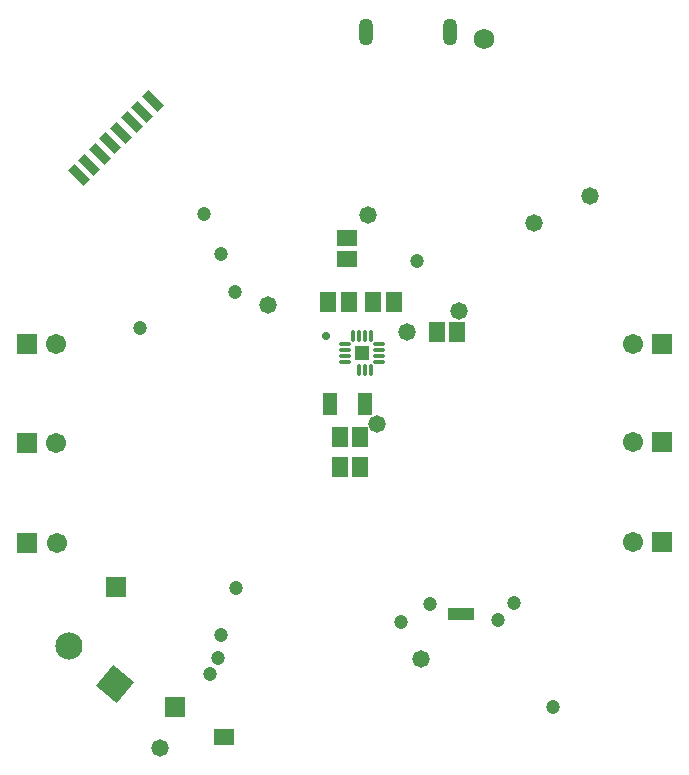
<source format=gbr>
%TF.GenerationSoftware,Altium Limited,Altium Designer,20.0.13 (296)*%
G04 Layer_Color=16711935*
%FSLAX45Y45*%
%MOMM*%
%TF.FileFunction,Soldermask,Bot*%
%TF.Part,Single*%
G01*
G75*
%TA.AperFunction,SMDPad,CuDef*%
G04:AMPARAMS|DCode=68|XSize=1.0632mm|YSize=0.3532mm|CornerRadius=0.1391mm|HoleSize=0mm|Usage=FLASHONLY|Rotation=180.000|XOffset=0mm|YOffset=0mm|HoleType=Round|Shape=RoundedRectangle|*
%AMROUNDEDRECTD68*
21,1,1.06320,0.07500,0,0,180.0*
21,1,0.78500,0.35320,0,0,180.0*
1,1,0.27820,-0.39250,0.03750*
1,1,0.27820,0.39250,0.03750*
1,1,0.27820,0.39250,-0.03750*
1,1,0.27820,-0.39250,-0.03750*
%
%ADD68ROUNDEDRECTD68*%
G04:AMPARAMS|DCode=69|XSize=1.0632mm|YSize=0.3532mm|CornerRadius=0.1391mm|HoleSize=0mm|Usage=FLASHONLY|Rotation=270.000|XOffset=0mm|YOffset=0mm|HoleType=Round|Shape=RoundedRectangle|*
%AMROUNDEDRECTD69*
21,1,1.06320,0.07500,0,0,270.0*
21,1,0.78500,0.35320,0,0,270.0*
1,1,0.27820,-0.03750,-0.39250*
1,1,0.27820,-0.03750,0.39250*
1,1,0.27820,0.03750,0.39250*
1,1,0.27820,0.03750,-0.39250*
%
%ADD69ROUNDEDRECTD69*%
%ADD70R,1.30320X1.30320*%
%ADD71R,1.36320X1.67320*%
%ADD72R,1.34320X1.67320*%
%ADD73R,1.67320X1.36320*%
%TA.AperFunction,ViaPad*%
%ADD74C,1.72720*%
%TA.AperFunction,ComponentPad*%
G04:AMPARAMS|DCode=75|XSize=1.8032mm|YSize=0.8032mm|CornerRadius=0mm|HoleSize=0mm|Usage=FLASHONLY|Rotation=135.000|XOffset=0mm|YOffset=0mm|HoleType=Round|Shape=Rectangle|*
%AMROTATEDRECTD75*
4,1,4,0.92150,-0.35356,0.35356,-0.92150,-0.92150,0.35356,-0.35356,0.92150,0.92150,-0.35356,0.0*
%
%ADD75ROTATEDRECTD75*%

%ADD76R,1.71120X1.71120*%
%ADD77C,1.71120*%
%TA.AperFunction,SMDPad,CuDef*%
%ADD78R,2.20320X1.10320*%
%TA.AperFunction,ComponentPad*%
%ADD79R,1.70320X1.70320*%
%ADD80O,1.25320X2.30320*%
%TA.AperFunction,SMDPad,CuDef*%
%ADD81R,1.17320X1.93320*%
%TA.AperFunction,ComponentPad*%
%ADD82R,1.70320X1.70320*%
%ADD83R,1.70320X1.45320*%
%ADD84C,2.30320*%
%ADD85P,3.25722X4X185.0*%
%TA.AperFunction,ViaPad*%
%ADD86C,1.20320*%
%ADD87C,1.47320*%
%ADD88C,1.20320*%
%ADD89C,0.70320*%
D68*
X10684500Y8916600D02*
D03*
Y8966600D02*
D03*
Y9016600D02*
D03*
Y9066600D02*
D03*
X10397500D02*
D03*
Y9016600D02*
D03*
Y8966600D02*
D03*
Y8916600D02*
D03*
D69*
X10616000Y9135100D02*
D03*
X10566000D02*
D03*
X10516000D02*
D03*
X10466000D02*
D03*
X10516000Y8848100D02*
D03*
X10566000D02*
D03*
X10616000D02*
D03*
D70*
X10541000Y8991600D02*
D03*
D71*
X11347820Y9169400D02*
D03*
X11171820D02*
D03*
X10527400Y8026400D02*
D03*
X10351400D02*
D03*
X10527400Y8280400D02*
D03*
X10351400D02*
D03*
D72*
X10248800Y9423400D02*
D03*
X10426800Y9423400D02*
D03*
X10807800D02*
D03*
X10629800Y9423400D02*
D03*
D73*
X10414000Y9968600D02*
D03*
Y9792600D02*
D03*
D74*
X11574780Y11650980D02*
D03*
D75*
X8320138Y10679798D02*
D03*
X8409940Y10769600D02*
D03*
X8499742Y10859403D02*
D03*
X8589545Y10949205D02*
D03*
X8679348Y11039008D02*
D03*
X8769150Y11128810D02*
D03*
X8230321Y10589981D02*
D03*
X8142328Y10501988D02*
D03*
D76*
X13081000Y9067800D02*
D03*
X13084081Y8238060D02*
D03*
X13081000Y7391400D02*
D03*
X7700740Y9067800D02*
D03*
X7700200Y8232140D02*
D03*
X7705280Y7386320D02*
D03*
D77*
X12831000Y9067800D02*
D03*
X12834081Y8238060D02*
D03*
X12831000Y7391400D02*
D03*
X7950740Y9067800D02*
D03*
X7950200Y8232140D02*
D03*
X7955280Y7386320D02*
D03*
D78*
X11382405Y6781540D02*
D03*
D79*
X8458200Y7015480D02*
D03*
D80*
X10572760Y11715000D02*
D03*
X11287760D02*
D03*
D81*
X10270401Y8559800D02*
D03*
X10566400D02*
D03*
D82*
X8953500Y5999480D02*
D03*
D83*
X9374480Y5742280D02*
D03*
D84*
X8063489Y6510696D02*
D03*
D85*
X8446511Y6189304D02*
D03*
D86*
X11008360Y9776460D02*
D03*
D87*
X11358880Y9347200D02*
D03*
X10924540Y9171940D02*
D03*
X10670540Y8394700D02*
D03*
X11037475Y6400521D02*
D03*
X9745980Y9403080D02*
D03*
X8829040Y5651500D02*
D03*
X11997690Y10093960D02*
D03*
X12473188Y10325681D02*
D03*
X10591800Y10160000D02*
D03*
D88*
X10873740Y6713220D02*
D03*
X8661400Y9210040D02*
D03*
X11823700Y6878320D02*
D03*
X11112500Y6868160D02*
D03*
X9253480Y6273540D02*
D03*
X9324576Y6408340D02*
D03*
X9343560Y6610180D02*
D03*
X9472460Y7005320D02*
D03*
X11694160Y6731000D02*
D03*
X9469120Y9509760D02*
D03*
X9349814Y9832414D02*
D03*
X9203845Y10167620D02*
D03*
X12153900Y5994400D02*
D03*
D89*
X10238740Y9136380D02*
D03*
%TF.MD5,13aaba60c10b023c00f90ce774f64fd8*%
M02*

</source>
